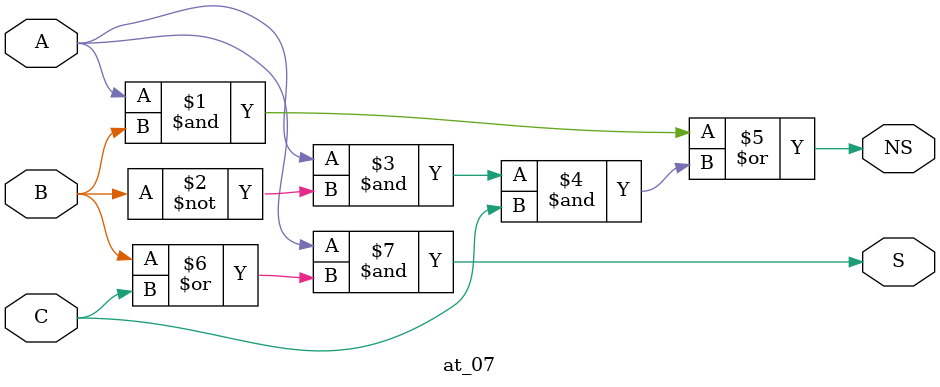
<source format=v>
module at_07(
    input A, B, C,
    output NS, S
);

assign NS = (A & B) | (A & ~B & C);
assign S = A & (B | C);
    
endmodule
</source>
